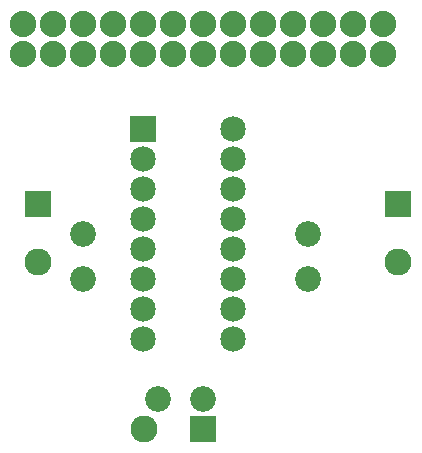
<source format=gts>
G04 MADE WITH FRITZING*
G04 WWW.FRITZING.ORG*
G04 DOUBLE SIDED*
G04 HOLES PLATED*
G04 CONTOUR ON CENTER OF CONTOUR VECTOR*
%ASAXBY*%
%FSLAX23Y23*%
%MOIN*%
%OFA0B0*%
%SFA1.0B1.0*%
%ADD10C,0.088000*%
%ADD11C,0.085433*%
%ADD12C,0.085000*%
%ADD13C,0.090000*%
%ADD14R,0.085000X0.085000*%
%ADD15R,0.090000X0.090000*%
%LNMASK1*%
G90*
G70*
G54D10*
X317Y1470D03*
X417Y1470D03*
X517Y1470D03*
X617Y1470D03*
X717Y1470D03*
X817Y1470D03*
X917Y1470D03*
X1017Y1470D03*
X1117Y1470D03*
X1217Y1470D03*
X1317Y1470D03*
X1417Y1470D03*
X1517Y1470D03*
X317Y1470D03*
X417Y1470D03*
X517Y1470D03*
X617Y1470D03*
X717Y1470D03*
X817Y1470D03*
X917Y1470D03*
X1017Y1470D03*
X1117Y1470D03*
X1217Y1470D03*
X1317Y1470D03*
X1417Y1470D03*
X1517Y1470D03*
X1517Y1570D03*
X1417Y1570D03*
X1317Y1570D03*
X1217Y1570D03*
X1117Y1570D03*
X1017Y1570D03*
X917Y1570D03*
X817Y1570D03*
X717Y1570D03*
X617Y1570D03*
X517Y1570D03*
X417Y1570D03*
X317Y1570D03*
G54D11*
X1267Y870D03*
G54D12*
X717Y1220D03*
X1017Y1220D03*
X717Y1120D03*
X1017Y1120D03*
X717Y1020D03*
X1017Y1020D03*
X717Y920D03*
X1017Y920D03*
X717Y820D03*
X1017Y820D03*
X717Y720D03*
X1017Y720D03*
X717Y620D03*
X1017Y620D03*
X717Y520D03*
X1017Y520D03*
G54D11*
X1267Y720D03*
X517Y870D03*
X517Y720D03*
X767Y320D03*
X917Y320D03*
G54D13*
X1567Y970D03*
X1567Y774D03*
X1567Y970D03*
X1567Y774D03*
X367Y970D03*
X367Y774D03*
X367Y970D03*
X367Y774D03*
X917Y220D03*
X720Y220D03*
X917Y220D03*
X720Y220D03*
G54D14*
X717Y1220D03*
G54D15*
X1567Y970D03*
X1567Y970D03*
X367Y970D03*
X367Y970D03*
X917Y220D03*
X917Y220D03*
G04 End of Mask1*
M02*
</source>
